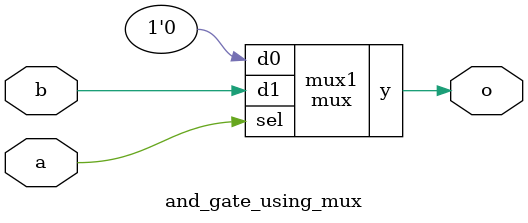
<source format=sv>

module mux
(
  input  d0, d1,
  input  sel,
  output y
);

  assign y = sel ? d1 : d0;

endmodule

//----------------------------------------------------------------------------
// Task
//----------------------------------------------------------------------------

module and_gate_using_mux
(
    input  a,
    input  b,
    output o
);

  // Task:
  // Implement and gate using instance(s) of mux,
  // constants 0 and 1, and wire connections
  mux mux1(0, b, a, o);
  

endmodule

</source>
